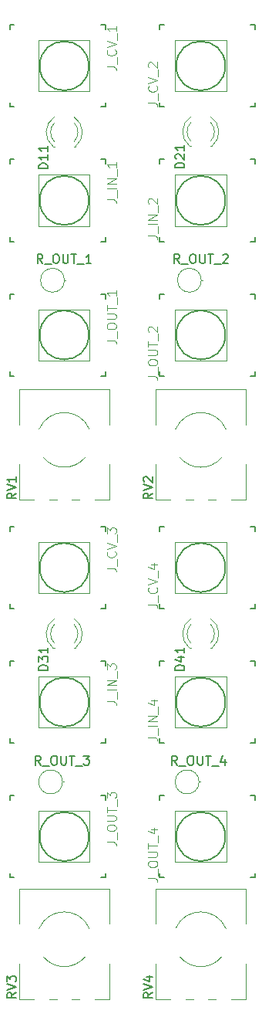
<source format=gto>
G04 #@! TF.GenerationSoftware,KiCad,Pcbnew,(5.0.0)*
G04 #@! TF.CreationDate,2018-08-12T22:02:32+02:00*
G04 #@! TF.ProjectId,twobytwotone,74776F627974776F746F6E652E6B6963,rev?*
G04 #@! TF.SameCoordinates,Original*
G04 #@! TF.FileFunction,Legend,Top*
G04 #@! TF.FilePolarity,Positive*
%FSLAX46Y46*%
G04 Gerber Fmt 4.6, Leading zero omitted, Abs format (unit mm)*
G04 Created by KiCad (PCBNEW (5.0.0)) date 08/12/18 22:02:32*
%MOMM*%
%LPD*%
G01*
G04 APERTURE LIST*
%ADD10C,0.120000*%
%ADD11C,0.127000*%
%ADD12C,0.066040*%
%ADD13C,0.150000*%
%ADD14C,0.076200*%
G04 APERTURE END LIST*
D10*
G04 #@! TO.C,D11*
X8080000Y-14080000D02*
X8236000Y-14080000D01*
X5764000Y-14080000D02*
X5920000Y-14080000D01*
X8079837Y-11478870D02*
G75*
G02X8080000Y-13560961I-1079837J-1041130D01*
G01*
X5920163Y-11478870D02*
G75*
G03X5920000Y-13560961I1079837J-1041130D01*
G01*
X8078608Y-10847665D02*
G75*
G02X8235516Y-14080000I-1078608J-1672335D01*
G01*
X5921392Y-10847665D02*
G75*
G03X5764484Y-14080000I1078608J-1672335D01*
G01*
G04 #@! TO.C,D21*
X20921392Y-10807665D02*
G75*
G03X20764484Y-14040000I1078608J-1672335D01*
G01*
X23078608Y-10807665D02*
G75*
G02X23235516Y-14040000I-1078608J-1672335D01*
G01*
X20920163Y-11438870D02*
G75*
G03X20920000Y-13520961I1079837J-1041130D01*
G01*
X23079837Y-11438870D02*
G75*
G02X23080000Y-13520961I-1079837J-1041130D01*
G01*
X20764000Y-14040000D02*
X20920000Y-14040000D01*
X23080000Y-14040000D02*
X23236000Y-14040000D01*
G04 #@! TO.C,D31*
X8080000Y-69080000D02*
X8236000Y-69080000D01*
X5764000Y-69080000D02*
X5920000Y-69080000D01*
X8079837Y-66478870D02*
G75*
G02X8080000Y-68560961I-1079837J-1041130D01*
G01*
X5920163Y-66478870D02*
G75*
G03X5920000Y-68560961I1079837J-1041130D01*
G01*
X8078608Y-65847665D02*
G75*
G02X8235516Y-69080000I-1078608J-1672335D01*
G01*
X5921392Y-65847665D02*
G75*
G03X5764484Y-69080000I1078608J-1672335D01*
G01*
G04 #@! TO.C,D41*
X20921392Y-65847665D02*
G75*
G03X20764484Y-69080000I1078608J-1672335D01*
G01*
X23078608Y-65847665D02*
G75*
G02X23235516Y-69080000I-1078608J-1672335D01*
G01*
X20920163Y-66478870D02*
G75*
G03X20920000Y-68560961I1079837J-1041130D01*
G01*
X23079837Y-66478870D02*
G75*
G02X23080000Y-68560961I-1079837J-1041130D01*
G01*
X20764000Y-69080000D02*
X20920000Y-69080000D01*
X23080000Y-69080000D02*
X23236000Y-69080000D01*
G04 #@! TO.C,R_OUT_1*
X7020000Y-28750000D02*
X7150000Y-28750000D01*
X7020000Y-28750000D02*
G75*
G03X7020000Y-28750000I-1310000J0D01*
G01*
G04 #@! TO.C,R_OUT_2*
X22060000Y-28750000D02*
G75*
G03X22060000Y-28750000I-1310000J0D01*
G01*
X22060000Y-28750000D02*
X22190000Y-28750000D01*
G04 #@! TO.C,R_OUT_3*
X6810000Y-83750000D02*
G75*
G03X6810000Y-83750000I-1310000J0D01*
G01*
X6810000Y-83750000D02*
X6940000Y-83750000D01*
G04 #@! TO.C,R_OUT_4*
X21810000Y-83750000D02*
X21940000Y-83750000D01*
X21810000Y-83750000D02*
G75*
G03X21810000Y-83750000I-1310000J0D01*
G01*
G04 #@! TO.C,RV1*
X2039000Y-40690000D02*
X11960000Y-40690000D01*
X10325000Y-52810000D02*
X11960000Y-52810000D01*
X7825000Y-52810000D02*
X8675000Y-52810000D01*
X5325000Y-52810000D02*
X6175000Y-52810000D01*
X2039000Y-52810000D02*
X3675000Y-52810000D01*
X11960000Y-44555000D02*
X11960000Y-40690000D01*
X11960000Y-52810000D02*
X11960000Y-48944000D01*
X2039000Y-44555000D02*
X2039000Y-40690000D01*
X2039000Y-52810000D02*
X2039000Y-48944000D01*
X9297753Y-48178295D02*
G75*
G02X4702000Y-48178000I-2297753J1928295D01*
G01*
X4237568Y-45078018D02*
G75*
G02X9762000Y-45077000I2762432J-1171982D01*
G01*
G04 #@! TO.C,RV2*
X19237568Y-45078018D02*
G75*
G02X24762000Y-45077000I2762432J-1171982D01*
G01*
X24297753Y-48178295D02*
G75*
G02X19702000Y-48178000I-2297753J1928295D01*
G01*
X17039000Y-52810000D02*
X17039000Y-48944000D01*
X17039000Y-44555000D02*
X17039000Y-40690000D01*
X26960000Y-52810000D02*
X26960000Y-48944000D01*
X26960000Y-44555000D02*
X26960000Y-40690000D01*
X17039000Y-52810000D02*
X18675000Y-52810000D01*
X20325000Y-52810000D02*
X21175000Y-52810000D01*
X22825000Y-52810000D02*
X23675000Y-52810000D01*
X25325000Y-52810000D02*
X26960000Y-52810000D01*
X17039000Y-40690000D02*
X26960000Y-40690000D01*
G04 #@! TO.C,RV3*
X2039000Y-95440000D02*
X11960000Y-95440000D01*
X10325000Y-107560000D02*
X11960000Y-107560000D01*
X7825000Y-107560000D02*
X8675000Y-107560000D01*
X5325000Y-107560000D02*
X6175000Y-107560000D01*
X2039000Y-107560000D02*
X3675000Y-107560000D01*
X11960000Y-99305000D02*
X11960000Y-95440000D01*
X11960000Y-107560000D02*
X11960000Y-103694000D01*
X2039000Y-99305000D02*
X2039000Y-95440000D01*
X2039000Y-107560000D02*
X2039000Y-103694000D01*
X9297753Y-102928295D02*
G75*
G02X4702000Y-102928000I-2297753J1928295D01*
G01*
X4237568Y-99828018D02*
G75*
G02X9762000Y-99827000I2762432J-1171982D01*
G01*
G04 #@! TO.C,RV4*
X19237568Y-99828018D02*
G75*
G02X24762000Y-99827000I2762432J-1171982D01*
G01*
X24297753Y-102928295D02*
G75*
G02X19702000Y-102928000I-2297753J1928295D01*
G01*
X17039000Y-107560000D02*
X17039000Y-103694000D01*
X17039000Y-99305000D02*
X17039000Y-95440000D01*
X26960000Y-107560000D02*
X26960000Y-103694000D01*
X26960000Y-99305000D02*
X26960000Y-95440000D01*
X17039000Y-107560000D02*
X18675000Y-107560000D01*
X20325000Y-107560000D02*
X21175000Y-107560000D01*
X22825000Y-107560000D02*
X23675000Y-107560000D01*
X25325000Y-107560000D02*
X26960000Y-107560000D01*
X17039000Y-95440000D02*
X26960000Y-95440000D01*
D11*
G04 #@! TO.C,J_CV_1*
X9689860Y-5250000D02*
G75*
G03X9689860Y-5250000I-2689860J0D01*
G01*
X11498340Y-9748340D02*
X11498340Y-9247960D01*
X10997960Y-9748340D02*
X11498340Y-9748340D01*
X11498340Y-751660D02*
X11498340Y-1252040D01*
X10997960Y-751660D02*
X11498340Y-751660D01*
X1000520Y-751660D02*
X1500900Y-751660D01*
X1000520Y-1252040D02*
X1000520Y-751660D01*
X1000520Y-9748340D02*
X1000520Y-9247960D01*
X1500900Y-9748340D02*
X1000520Y-9748340D01*
D12*
X9799080Y-8049080D02*
X4200920Y-8049080D01*
X4200920Y-8049080D02*
X4200920Y-2450920D01*
X9799080Y-2450920D02*
X4200920Y-2450920D01*
X9799080Y-8049080D02*
X9799080Y-2450920D01*
D11*
G04 #@! TO.C,J_CV_2*
X24689860Y-5250000D02*
G75*
G03X24689860Y-5250000I-2689860J0D01*
G01*
X17501660Y-751660D02*
X17501660Y-1252040D01*
X18002040Y-751660D02*
X17501660Y-751660D01*
X17501660Y-9748340D02*
X17501660Y-9247960D01*
X18002040Y-9748340D02*
X17501660Y-9748340D01*
X27999480Y-9748340D02*
X27499100Y-9748340D01*
X27999480Y-9247960D02*
X27999480Y-9748340D01*
X27999480Y-751660D02*
X27999480Y-1252040D01*
X27499100Y-751660D02*
X27999480Y-751660D01*
D12*
X19200920Y-2450920D02*
X24799080Y-2450920D01*
X24799080Y-2450920D02*
X24799080Y-8049080D01*
X19200920Y-8049080D02*
X24799080Y-8049080D01*
X19200920Y-2450920D02*
X19200920Y-8049080D01*
D11*
G04 #@! TO.C,J_CV_3*
X9689860Y-60250000D02*
G75*
G03X9689860Y-60250000I-2689860J0D01*
G01*
X11498340Y-64748340D02*
X11498340Y-64247960D01*
X10997960Y-64748340D02*
X11498340Y-64748340D01*
X11498340Y-55751660D02*
X11498340Y-56252040D01*
X10997960Y-55751660D02*
X11498340Y-55751660D01*
X1000520Y-55751660D02*
X1500900Y-55751660D01*
X1000520Y-56252040D02*
X1000520Y-55751660D01*
X1000520Y-64748340D02*
X1000520Y-64247960D01*
X1500900Y-64748340D02*
X1000520Y-64748340D01*
D12*
X9799080Y-63049080D02*
X4200920Y-63049080D01*
X4200920Y-63049080D02*
X4200920Y-57450920D01*
X9799080Y-57450920D02*
X4200920Y-57450920D01*
X9799080Y-63049080D02*
X9799080Y-57450920D01*
G04 #@! TO.C,J_CV_4*
X19200920Y-57450920D02*
X19200920Y-63049080D01*
X19200920Y-63049080D02*
X24799080Y-63049080D01*
X24799080Y-57450920D02*
X24799080Y-63049080D01*
X19200920Y-57450920D02*
X24799080Y-57450920D01*
D11*
X27499100Y-55751660D02*
X27999480Y-55751660D01*
X27999480Y-55751660D02*
X27999480Y-56252040D01*
X27999480Y-64247960D02*
X27999480Y-64748340D01*
X27999480Y-64748340D02*
X27499100Y-64748340D01*
X18002040Y-64748340D02*
X17501660Y-64748340D01*
X17501660Y-64748340D02*
X17501660Y-64247960D01*
X18002040Y-55751660D02*
X17501660Y-55751660D01*
X17501660Y-55751660D02*
X17501660Y-56252040D01*
X24689860Y-60250000D02*
G75*
G03X24689860Y-60250000I-2689860J0D01*
G01*
D12*
G04 #@! TO.C,J_IN_1*
X9799080Y-22799080D02*
X9799080Y-17200920D01*
X9799080Y-17200920D02*
X4200920Y-17200920D01*
X4200920Y-22799080D02*
X4200920Y-17200920D01*
X9799080Y-22799080D02*
X4200920Y-22799080D01*
D11*
X1500900Y-24498340D02*
X1000520Y-24498340D01*
X1000520Y-24498340D02*
X1000520Y-23997960D01*
X1000520Y-16002040D02*
X1000520Y-15501660D01*
X1000520Y-15501660D02*
X1500900Y-15501660D01*
X10997960Y-15501660D02*
X11498340Y-15501660D01*
X11498340Y-15501660D02*
X11498340Y-16002040D01*
X10997960Y-24498340D02*
X11498340Y-24498340D01*
X11498340Y-24498340D02*
X11498340Y-23997960D01*
X9689860Y-20000000D02*
G75*
G03X9689860Y-20000000I-2689860J0D01*
G01*
G04 #@! TO.C,J_IN_2*
X24689860Y-20000000D02*
G75*
G03X24689860Y-20000000I-2689860J0D01*
G01*
X17501660Y-15501660D02*
X17501660Y-16002040D01*
X18002040Y-15501660D02*
X17501660Y-15501660D01*
X17501660Y-24498340D02*
X17501660Y-23997960D01*
X18002040Y-24498340D02*
X17501660Y-24498340D01*
X27999480Y-24498340D02*
X27499100Y-24498340D01*
X27999480Y-23997960D02*
X27999480Y-24498340D01*
X27999480Y-15501660D02*
X27999480Y-16002040D01*
X27499100Y-15501660D02*
X27999480Y-15501660D01*
D12*
X19200920Y-17200920D02*
X24799080Y-17200920D01*
X24799080Y-17200920D02*
X24799080Y-22799080D01*
X19200920Y-22799080D02*
X24799080Y-22799080D01*
X19200920Y-17200920D02*
X19200920Y-22799080D01*
G04 #@! TO.C,J_IN_3*
X9799080Y-77799080D02*
X9799080Y-72200920D01*
X9799080Y-72200920D02*
X4200920Y-72200920D01*
X4200920Y-77799080D02*
X4200920Y-72200920D01*
X9799080Y-77799080D02*
X4200920Y-77799080D01*
D11*
X1500900Y-79498340D02*
X1000520Y-79498340D01*
X1000520Y-79498340D02*
X1000520Y-78997960D01*
X1000520Y-71002040D02*
X1000520Y-70501660D01*
X1000520Y-70501660D02*
X1500900Y-70501660D01*
X10997960Y-70501660D02*
X11498340Y-70501660D01*
X11498340Y-70501660D02*
X11498340Y-71002040D01*
X10997960Y-79498340D02*
X11498340Y-79498340D01*
X11498340Y-79498340D02*
X11498340Y-78997960D01*
X9689860Y-75000000D02*
G75*
G03X9689860Y-75000000I-2689860J0D01*
G01*
D12*
G04 #@! TO.C,J_IN_4*
X19200920Y-72200920D02*
X19200920Y-77799080D01*
X19200920Y-77799080D02*
X24799080Y-77799080D01*
X24799080Y-72200920D02*
X24799080Y-77799080D01*
X19200920Y-72200920D02*
X24799080Y-72200920D01*
D11*
X27499100Y-70501660D02*
X27999480Y-70501660D01*
X27999480Y-70501660D02*
X27999480Y-71002040D01*
X27999480Y-78997960D02*
X27999480Y-79498340D01*
X27999480Y-79498340D02*
X27499100Y-79498340D01*
X18002040Y-79498340D02*
X17501660Y-79498340D01*
X17501660Y-79498340D02*
X17501660Y-78997960D01*
X18002040Y-70501660D02*
X17501660Y-70501660D01*
X17501660Y-70501660D02*
X17501660Y-71002040D01*
X24689860Y-75000000D02*
G75*
G03X24689860Y-75000000I-2689860J0D01*
G01*
D12*
G04 #@! TO.C,J_OUT_1*
X9799080Y-37549080D02*
X9799080Y-31950920D01*
X9799080Y-31950920D02*
X4200920Y-31950920D01*
X4200920Y-37549080D02*
X4200920Y-31950920D01*
X9799080Y-37549080D02*
X4200920Y-37549080D01*
D11*
X1500900Y-39248340D02*
X1000520Y-39248340D01*
X1000520Y-39248340D02*
X1000520Y-38747960D01*
X1000520Y-30752040D02*
X1000520Y-30251660D01*
X1000520Y-30251660D02*
X1500900Y-30251660D01*
X10997960Y-30251660D02*
X11498340Y-30251660D01*
X11498340Y-30251660D02*
X11498340Y-30752040D01*
X10997960Y-39248340D02*
X11498340Y-39248340D01*
X11498340Y-39248340D02*
X11498340Y-38747960D01*
X9689860Y-34750000D02*
G75*
G03X9689860Y-34750000I-2689860J0D01*
G01*
D12*
G04 #@! TO.C,J_OUT_2*
X19200920Y-31950920D02*
X19200920Y-37549080D01*
X19200920Y-37549080D02*
X24799080Y-37549080D01*
X24799080Y-31950920D02*
X24799080Y-37549080D01*
X19200920Y-31950920D02*
X24799080Y-31950920D01*
D11*
X27499100Y-30251660D02*
X27999480Y-30251660D01*
X27999480Y-30251660D02*
X27999480Y-30752040D01*
X27999480Y-38747960D02*
X27999480Y-39248340D01*
X27999480Y-39248340D02*
X27499100Y-39248340D01*
X18002040Y-39248340D02*
X17501660Y-39248340D01*
X17501660Y-39248340D02*
X17501660Y-38747960D01*
X18002040Y-30251660D02*
X17501660Y-30251660D01*
X17501660Y-30251660D02*
X17501660Y-30752040D01*
X24689860Y-34750000D02*
G75*
G03X24689860Y-34750000I-2689860J0D01*
G01*
G04 #@! TO.C,J_OUT_3*
X9689860Y-89750000D02*
G75*
G03X9689860Y-89750000I-2689860J0D01*
G01*
X11498340Y-94248340D02*
X11498340Y-93747960D01*
X10997960Y-94248340D02*
X11498340Y-94248340D01*
X11498340Y-85251660D02*
X11498340Y-85752040D01*
X10997960Y-85251660D02*
X11498340Y-85251660D01*
X1000520Y-85251660D02*
X1500900Y-85251660D01*
X1000520Y-85752040D02*
X1000520Y-85251660D01*
X1000520Y-94248340D02*
X1000520Y-93747960D01*
X1500900Y-94248340D02*
X1000520Y-94248340D01*
D12*
X9799080Y-92549080D02*
X4200920Y-92549080D01*
X4200920Y-92549080D02*
X4200920Y-86950920D01*
X9799080Y-86950920D02*
X4200920Y-86950920D01*
X9799080Y-92549080D02*
X9799080Y-86950920D01*
D11*
G04 #@! TO.C,J_OUT_4*
X24689860Y-89750000D02*
G75*
G03X24689860Y-89750000I-2689860J0D01*
G01*
X17501660Y-85251660D02*
X17501660Y-85752040D01*
X18002040Y-85251660D02*
X17501660Y-85251660D01*
X17501660Y-94248340D02*
X17501660Y-93747960D01*
X18002040Y-94248340D02*
X17501660Y-94248340D01*
X27999480Y-94248340D02*
X27499100Y-94248340D01*
X27999480Y-93747960D02*
X27999480Y-94248340D01*
X27999480Y-85251660D02*
X27999480Y-85752040D01*
X27499100Y-85251660D02*
X27999480Y-85251660D01*
D12*
X19200920Y-86950920D02*
X24799080Y-86950920D01*
X24799080Y-86950920D02*
X24799080Y-92549080D01*
X19200920Y-92549080D02*
X24799080Y-92549080D01*
X19200920Y-86950920D02*
X19200920Y-92549080D01*
G04 #@! TO.C,D11*
D13*
X5202380Y-16504285D02*
X4202380Y-16504285D01*
X4202380Y-16266190D01*
X4250000Y-16123333D01*
X4345238Y-16028095D01*
X4440476Y-15980476D01*
X4630952Y-15932857D01*
X4773809Y-15932857D01*
X4964285Y-15980476D01*
X5059523Y-16028095D01*
X5154761Y-16123333D01*
X5202380Y-16266190D01*
X5202380Y-16504285D01*
X5202380Y-14980476D02*
X5202380Y-15551904D01*
X5202380Y-15266190D02*
X4202380Y-15266190D01*
X4345238Y-15361428D01*
X4440476Y-15456666D01*
X4488095Y-15551904D01*
X5202380Y-14028095D02*
X5202380Y-14599523D01*
X5202380Y-14313809D02*
X4202380Y-14313809D01*
X4345238Y-14409047D01*
X4440476Y-14504285D01*
X4488095Y-14599523D01*
G04 #@! TO.C,D21*
X20202380Y-16424285D02*
X19202380Y-16424285D01*
X19202380Y-16186190D01*
X19250000Y-16043333D01*
X19345238Y-15948095D01*
X19440476Y-15900476D01*
X19630952Y-15852857D01*
X19773809Y-15852857D01*
X19964285Y-15900476D01*
X20059523Y-15948095D01*
X20154761Y-16043333D01*
X20202380Y-16186190D01*
X20202380Y-16424285D01*
X19297619Y-15471904D02*
X19250000Y-15424285D01*
X19202380Y-15329047D01*
X19202380Y-15090952D01*
X19250000Y-14995714D01*
X19297619Y-14948095D01*
X19392857Y-14900476D01*
X19488095Y-14900476D01*
X19630952Y-14948095D01*
X20202380Y-15519523D01*
X20202380Y-14900476D01*
X20202380Y-13948095D02*
X20202380Y-14519523D01*
X20202380Y-14233809D02*
X19202380Y-14233809D01*
X19345238Y-14329047D01*
X19440476Y-14424285D01*
X19488095Y-14519523D01*
G04 #@! TO.C,D31*
X5202380Y-71504285D02*
X4202380Y-71504285D01*
X4202380Y-71266190D01*
X4250000Y-71123333D01*
X4345238Y-71028095D01*
X4440476Y-70980476D01*
X4630952Y-70932857D01*
X4773809Y-70932857D01*
X4964285Y-70980476D01*
X5059523Y-71028095D01*
X5154761Y-71123333D01*
X5202380Y-71266190D01*
X5202380Y-71504285D01*
X4202380Y-70599523D02*
X4202380Y-69980476D01*
X4583333Y-70313809D01*
X4583333Y-70170952D01*
X4630952Y-70075714D01*
X4678571Y-70028095D01*
X4773809Y-69980476D01*
X5011904Y-69980476D01*
X5107142Y-70028095D01*
X5154761Y-70075714D01*
X5202380Y-70170952D01*
X5202380Y-70456666D01*
X5154761Y-70551904D01*
X5107142Y-70599523D01*
X5202380Y-69028095D02*
X5202380Y-69599523D01*
X5202380Y-69313809D02*
X4202380Y-69313809D01*
X4345238Y-69409047D01*
X4440476Y-69504285D01*
X4488095Y-69599523D01*
G04 #@! TO.C,D41*
X20202380Y-71504285D02*
X19202380Y-71504285D01*
X19202380Y-71266190D01*
X19250000Y-71123333D01*
X19345238Y-71028095D01*
X19440476Y-70980476D01*
X19630952Y-70932857D01*
X19773809Y-70932857D01*
X19964285Y-70980476D01*
X20059523Y-71028095D01*
X20154761Y-71123333D01*
X20202380Y-71266190D01*
X20202380Y-71504285D01*
X19535714Y-70075714D02*
X20202380Y-70075714D01*
X19154761Y-70313809D02*
X19869047Y-70551904D01*
X19869047Y-69932857D01*
X20202380Y-69028095D02*
X20202380Y-69599523D01*
X20202380Y-69313809D02*
X19202380Y-69313809D01*
X19345238Y-69409047D01*
X19440476Y-69504285D01*
X19488095Y-69599523D01*
G04 #@! TO.C,R_OUT_1*
X4622857Y-26892380D02*
X4289523Y-26416190D01*
X4051428Y-26892380D02*
X4051428Y-25892380D01*
X4432380Y-25892380D01*
X4527619Y-25940000D01*
X4575238Y-25987619D01*
X4622857Y-26082857D01*
X4622857Y-26225714D01*
X4575238Y-26320952D01*
X4527619Y-26368571D01*
X4432380Y-26416190D01*
X4051428Y-26416190D01*
X4813333Y-26987619D02*
X5575238Y-26987619D01*
X6003809Y-25892380D02*
X6194285Y-25892380D01*
X6289523Y-25940000D01*
X6384761Y-26035238D01*
X6432380Y-26225714D01*
X6432380Y-26559047D01*
X6384761Y-26749523D01*
X6289523Y-26844761D01*
X6194285Y-26892380D01*
X6003809Y-26892380D01*
X5908571Y-26844761D01*
X5813333Y-26749523D01*
X5765714Y-26559047D01*
X5765714Y-26225714D01*
X5813333Y-26035238D01*
X5908571Y-25940000D01*
X6003809Y-25892380D01*
X6860952Y-25892380D02*
X6860952Y-26701904D01*
X6908571Y-26797142D01*
X6956190Y-26844761D01*
X7051428Y-26892380D01*
X7241904Y-26892380D01*
X7337142Y-26844761D01*
X7384761Y-26797142D01*
X7432380Y-26701904D01*
X7432380Y-25892380D01*
X7765714Y-25892380D02*
X8337142Y-25892380D01*
X8051428Y-26892380D02*
X8051428Y-25892380D01*
X8432380Y-26987619D02*
X9194285Y-26987619D01*
X9956190Y-26892380D02*
X9384761Y-26892380D01*
X9670476Y-26892380D02*
X9670476Y-25892380D01*
X9575238Y-26035238D01*
X9480000Y-26130476D01*
X9384761Y-26178095D01*
G04 #@! TO.C,R_OUT_2*
X19662857Y-26892380D02*
X19329523Y-26416190D01*
X19091428Y-26892380D02*
X19091428Y-25892380D01*
X19472380Y-25892380D01*
X19567619Y-25940000D01*
X19615238Y-25987619D01*
X19662857Y-26082857D01*
X19662857Y-26225714D01*
X19615238Y-26320952D01*
X19567619Y-26368571D01*
X19472380Y-26416190D01*
X19091428Y-26416190D01*
X19853333Y-26987619D02*
X20615238Y-26987619D01*
X21043809Y-25892380D02*
X21234285Y-25892380D01*
X21329523Y-25940000D01*
X21424761Y-26035238D01*
X21472380Y-26225714D01*
X21472380Y-26559047D01*
X21424761Y-26749523D01*
X21329523Y-26844761D01*
X21234285Y-26892380D01*
X21043809Y-26892380D01*
X20948571Y-26844761D01*
X20853333Y-26749523D01*
X20805714Y-26559047D01*
X20805714Y-26225714D01*
X20853333Y-26035238D01*
X20948571Y-25940000D01*
X21043809Y-25892380D01*
X21900952Y-25892380D02*
X21900952Y-26701904D01*
X21948571Y-26797142D01*
X21996190Y-26844761D01*
X22091428Y-26892380D01*
X22281904Y-26892380D01*
X22377142Y-26844761D01*
X22424761Y-26797142D01*
X22472380Y-26701904D01*
X22472380Y-25892380D01*
X22805714Y-25892380D02*
X23377142Y-25892380D01*
X23091428Y-26892380D02*
X23091428Y-25892380D01*
X23472380Y-26987619D02*
X24234285Y-26987619D01*
X24424761Y-25987619D02*
X24472380Y-25940000D01*
X24567619Y-25892380D01*
X24805714Y-25892380D01*
X24900952Y-25940000D01*
X24948571Y-25987619D01*
X24996190Y-26082857D01*
X24996190Y-26178095D01*
X24948571Y-26320952D01*
X24377142Y-26892380D01*
X24996190Y-26892380D01*
G04 #@! TO.C,R_OUT_3*
X4412857Y-81892380D02*
X4079523Y-81416190D01*
X3841428Y-81892380D02*
X3841428Y-80892380D01*
X4222380Y-80892380D01*
X4317619Y-80940000D01*
X4365238Y-80987619D01*
X4412857Y-81082857D01*
X4412857Y-81225714D01*
X4365238Y-81320952D01*
X4317619Y-81368571D01*
X4222380Y-81416190D01*
X3841428Y-81416190D01*
X4603333Y-81987619D02*
X5365238Y-81987619D01*
X5793809Y-80892380D02*
X5984285Y-80892380D01*
X6079523Y-80940000D01*
X6174761Y-81035238D01*
X6222380Y-81225714D01*
X6222380Y-81559047D01*
X6174761Y-81749523D01*
X6079523Y-81844761D01*
X5984285Y-81892380D01*
X5793809Y-81892380D01*
X5698571Y-81844761D01*
X5603333Y-81749523D01*
X5555714Y-81559047D01*
X5555714Y-81225714D01*
X5603333Y-81035238D01*
X5698571Y-80940000D01*
X5793809Y-80892380D01*
X6650952Y-80892380D02*
X6650952Y-81701904D01*
X6698571Y-81797142D01*
X6746190Y-81844761D01*
X6841428Y-81892380D01*
X7031904Y-81892380D01*
X7127142Y-81844761D01*
X7174761Y-81797142D01*
X7222380Y-81701904D01*
X7222380Y-80892380D01*
X7555714Y-80892380D02*
X8127142Y-80892380D01*
X7841428Y-81892380D02*
X7841428Y-80892380D01*
X8222380Y-81987619D02*
X8984285Y-81987619D01*
X9127142Y-80892380D02*
X9746190Y-80892380D01*
X9412857Y-81273333D01*
X9555714Y-81273333D01*
X9650952Y-81320952D01*
X9698571Y-81368571D01*
X9746190Y-81463809D01*
X9746190Y-81701904D01*
X9698571Y-81797142D01*
X9650952Y-81844761D01*
X9555714Y-81892380D01*
X9270000Y-81892380D01*
X9174761Y-81844761D01*
X9127142Y-81797142D01*
G04 #@! TO.C,R_OUT_4*
X19412857Y-81892380D02*
X19079523Y-81416190D01*
X18841428Y-81892380D02*
X18841428Y-80892380D01*
X19222380Y-80892380D01*
X19317619Y-80940000D01*
X19365238Y-80987619D01*
X19412857Y-81082857D01*
X19412857Y-81225714D01*
X19365238Y-81320952D01*
X19317619Y-81368571D01*
X19222380Y-81416190D01*
X18841428Y-81416190D01*
X19603333Y-81987619D02*
X20365238Y-81987619D01*
X20793809Y-80892380D02*
X20984285Y-80892380D01*
X21079523Y-80940000D01*
X21174761Y-81035238D01*
X21222380Y-81225714D01*
X21222380Y-81559047D01*
X21174761Y-81749523D01*
X21079523Y-81844761D01*
X20984285Y-81892380D01*
X20793809Y-81892380D01*
X20698571Y-81844761D01*
X20603333Y-81749523D01*
X20555714Y-81559047D01*
X20555714Y-81225714D01*
X20603333Y-81035238D01*
X20698571Y-80940000D01*
X20793809Y-80892380D01*
X21650952Y-80892380D02*
X21650952Y-81701904D01*
X21698571Y-81797142D01*
X21746190Y-81844761D01*
X21841428Y-81892380D01*
X22031904Y-81892380D01*
X22127142Y-81844761D01*
X22174761Y-81797142D01*
X22222380Y-81701904D01*
X22222380Y-80892380D01*
X22555714Y-80892380D02*
X23127142Y-80892380D01*
X22841428Y-81892380D02*
X22841428Y-80892380D01*
X23222380Y-81987619D02*
X23984285Y-81987619D01*
X24650952Y-81225714D02*
X24650952Y-81892380D01*
X24412857Y-80844761D02*
X24174761Y-81559047D01*
X24793809Y-81559047D01*
G04 #@! TO.C,RV1*
X1702380Y-52095238D02*
X1226190Y-52428571D01*
X1702380Y-52666666D02*
X702380Y-52666666D01*
X702380Y-52285714D01*
X750000Y-52190476D01*
X797619Y-52142857D01*
X892857Y-52095238D01*
X1035714Y-52095238D01*
X1130952Y-52142857D01*
X1178571Y-52190476D01*
X1226190Y-52285714D01*
X1226190Y-52666666D01*
X702380Y-51809523D02*
X1702380Y-51476190D01*
X702380Y-51142857D01*
X1702380Y-50285714D02*
X1702380Y-50857142D01*
X1702380Y-50571428D02*
X702380Y-50571428D01*
X845238Y-50666666D01*
X940476Y-50761904D01*
X988095Y-50857142D01*
G04 #@! TO.C,RV2*
X16702380Y-52095238D02*
X16226190Y-52428571D01*
X16702380Y-52666666D02*
X15702380Y-52666666D01*
X15702380Y-52285714D01*
X15750000Y-52190476D01*
X15797619Y-52142857D01*
X15892857Y-52095238D01*
X16035714Y-52095238D01*
X16130952Y-52142857D01*
X16178571Y-52190476D01*
X16226190Y-52285714D01*
X16226190Y-52666666D01*
X15702380Y-51809523D02*
X16702380Y-51476190D01*
X15702380Y-51142857D01*
X15797619Y-50857142D02*
X15750000Y-50809523D01*
X15702380Y-50714285D01*
X15702380Y-50476190D01*
X15750000Y-50380952D01*
X15797619Y-50333333D01*
X15892857Y-50285714D01*
X15988095Y-50285714D01*
X16130952Y-50333333D01*
X16702380Y-50904761D01*
X16702380Y-50285714D01*
G04 #@! TO.C,RV3*
X1702380Y-106845238D02*
X1226190Y-107178571D01*
X1702380Y-107416666D02*
X702380Y-107416666D01*
X702380Y-107035714D01*
X750000Y-106940476D01*
X797619Y-106892857D01*
X892857Y-106845238D01*
X1035714Y-106845238D01*
X1130952Y-106892857D01*
X1178571Y-106940476D01*
X1226190Y-107035714D01*
X1226190Y-107416666D01*
X702380Y-106559523D02*
X1702380Y-106226190D01*
X702380Y-105892857D01*
X702380Y-105654761D02*
X702380Y-105035714D01*
X1083333Y-105369047D01*
X1083333Y-105226190D01*
X1130952Y-105130952D01*
X1178571Y-105083333D01*
X1273809Y-105035714D01*
X1511904Y-105035714D01*
X1607142Y-105083333D01*
X1654761Y-105130952D01*
X1702380Y-105226190D01*
X1702380Y-105511904D01*
X1654761Y-105607142D01*
X1607142Y-105654761D01*
G04 #@! TO.C,RV4*
X16702380Y-106845238D02*
X16226190Y-107178571D01*
X16702380Y-107416666D02*
X15702380Y-107416666D01*
X15702380Y-107035714D01*
X15750000Y-106940476D01*
X15797619Y-106892857D01*
X15892857Y-106845238D01*
X16035714Y-106845238D01*
X16130952Y-106892857D01*
X16178571Y-106940476D01*
X16226190Y-107035714D01*
X16226190Y-107416666D01*
X15702380Y-106559523D02*
X16702380Y-106226190D01*
X15702380Y-105892857D01*
X16035714Y-105130952D02*
X16702380Y-105130952D01*
X15654761Y-105369047D02*
X16369047Y-105607142D01*
X16369047Y-104988095D01*
G04 #@! TO.C,J_CV_1*
D14*
X11676019Y-5324990D02*
X12401733Y-5324990D01*
X12546876Y-5373371D01*
X12643638Y-5470133D01*
X12692019Y-5615276D01*
X12692019Y-5712038D01*
X12788780Y-5083085D02*
X12788780Y-4308990D01*
X12595257Y-3486514D02*
X12643638Y-3534895D01*
X12692019Y-3680038D01*
X12692019Y-3776800D01*
X12643638Y-3921942D01*
X12546876Y-4018704D01*
X12450114Y-4067085D01*
X12256590Y-4115466D01*
X12111447Y-4115466D01*
X11917923Y-4067085D01*
X11821161Y-4018704D01*
X11724400Y-3921942D01*
X11676019Y-3776800D01*
X11676019Y-3680038D01*
X11724400Y-3534895D01*
X11772780Y-3486514D01*
X11676019Y-3196228D02*
X12692019Y-2857561D01*
X11676019Y-2518895D01*
X12788780Y-2422133D02*
X12788780Y-1648038D01*
X12692019Y-873942D02*
X12692019Y-1454514D01*
X12692019Y-1164228D02*
X11676019Y-1164228D01*
X11821161Y-1260990D01*
X11917923Y-1357752D01*
X11966304Y-1454514D01*
G04 #@! TO.C,J_CV_2*
X16211219Y-9287390D02*
X16936933Y-9287390D01*
X17082076Y-9335771D01*
X17178838Y-9432533D01*
X17227219Y-9577676D01*
X17227219Y-9674438D01*
X17323980Y-9045485D02*
X17323980Y-8271390D01*
X17130457Y-7448914D02*
X17178838Y-7497295D01*
X17227219Y-7642438D01*
X17227219Y-7739200D01*
X17178838Y-7884342D01*
X17082076Y-7981104D01*
X16985314Y-8029485D01*
X16791790Y-8077866D01*
X16646647Y-8077866D01*
X16453123Y-8029485D01*
X16356361Y-7981104D01*
X16259600Y-7884342D01*
X16211219Y-7739200D01*
X16211219Y-7642438D01*
X16259600Y-7497295D01*
X16307980Y-7448914D01*
X16211219Y-7158628D02*
X17227219Y-6819961D01*
X16211219Y-6481295D01*
X17323980Y-6384533D02*
X17323980Y-5610438D01*
X16307980Y-5416914D02*
X16259600Y-5368533D01*
X16211219Y-5271771D01*
X16211219Y-5029866D01*
X16259600Y-4933104D01*
X16307980Y-4884723D01*
X16404742Y-4836342D01*
X16501504Y-4836342D01*
X16646647Y-4884723D01*
X17227219Y-5465295D01*
X17227219Y-4836342D01*
G04 #@! TO.C,J_CV_3*
X11676019Y-60324990D02*
X12401733Y-60324990D01*
X12546876Y-60373371D01*
X12643638Y-60470133D01*
X12692019Y-60615276D01*
X12692019Y-60712038D01*
X12788780Y-60083085D02*
X12788780Y-59308990D01*
X12595257Y-58486514D02*
X12643638Y-58534895D01*
X12692019Y-58680038D01*
X12692019Y-58776800D01*
X12643638Y-58921942D01*
X12546876Y-59018704D01*
X12450114Y-59067085D01*
X12256590Y-59115466D01*
X12111447Y-59115466D01*
X11917923Y-59067085D01*
X11821161Y-59018704D01*
X11724400Y-58921942D01*
X11676019Y-58776800D01*
X11676019Y-58680038D01*
X11724400Y-58534895D01*
X11772780Y-58486514D01*
X11676019Y-58196228D02*
X12692019Y-57857561D01*
X11676019Y-57518895D01*
X12788780Y-57422133D02*
X12788780Y-56648038D01*
X11676019Y-56502895D02*
X11676019Y-55873942D01*
X12063066Y-56212609D01*
X12063066Y-56067466D01*
X12111447Y-55970704D01*
X12159828Y-55922323D01*
X12256590Y-55873942D01*
X12498495Y-55873942D01*
X12595257Y-55922323D01*
X12643638Y-55970704D01*
X12692019Y-56067466D01*
X12692019Y-56357752D01*
X12643638Y-56454514D01*
X12595257Y-56502895D01*
G04 #@! TO.C,J_CV_4*
X16211219Y-64287390D02*
X16936933Y-64287390D01*
X17082076Y-64335771D01*
X17178838Y-64432533D01*
X17227219Y-64577676D01*
X17227219Y-64674438D01*
X17323980Y-64045485D02*
X17323980Y-63271390D01*
X17130457Y-62448914D02*
X17178838Y-62497295D01*
X17227219Y-62642438D01*
X17227219Y-62739200D01*
X17178838Y-62884342D01*
X17082076Y-62981104D01*
X16985314Y-63029485D01*
X16791790Y-63077866D01*
X16646647Y-63077866D01*
X16453123Y-63029485D01*
X16356361Y-62981104D01*
X16259600Y-62884342D01*
X16211219Y-62739200D01*
X16211219Y-62642438D01*
X16259600Y-62497295D01*
X16307980Y-62448914D01*
X16211219Y-62158628D02*
X17227219Y-61819961D01*
X16211219Y-61481295D01*
X17323980Y-61384533D02*
X17323980Y-60610438D01*
X16549885Y-59933104D02*
X17227219Y-59933104D01*
X16162838Y-60175009D02*
X16888552Y-60416914D01*
X16888552Y-59787961D01*
G04 #@! TO.C,J_IN_1*
X11676019Y-19905657D02*
X12401733Y-19905657D01*
X12546876Y-19954038D01*
X12643638Y-20050800D01*
X12692019Y-20195942D01*
X12692019Y-20292704D01*
X12788780Y-19663752D02*
X12788780Y-18889657D01*
X12692019Y-18647752D02*
X11676019Y-18647752D01*
X12692019Y-18163942D02*
X11676019Y-18163942D01*
X12692019Y-17583371D01*
X11676019Y-17583371D01*
X12788780Y-17341466D02*
X12788780Y-16567371D01*
X12692019Y-15793276D02*
X12692019Y-16373847D01*
X12692019Y-16083561D02*
X11676019Y-16083561D01*
X11821161Y-16180323D01*
X11917923Y-16277085D01*
X11966304Y-16373847D01*
G04 #@! TO.C,J_IN_2*
X16211219Y-23868057D02*
X16936933Y-23868057D01*
X17082076Y-23916438D01*
X17178838Y-24013200D01*
X17227219Y-24158342D01*
X17227219Y-24255104D01*
X17323980Y-23626152D02*
X17323980Y-22852057D01*
X17227219Y-22610152D02*
X16211219Y-22610152D01*
X17227219Y-22126342D02*
X16211219Y-22126342D01*
X17227219Y-21545771D01*
X16211219Y-21545771D01*
X17323980Y-21303866D02*
X17323980Y-20529771D01*
X16307980Y-20336247D02*
X16259600Y-20287866D01*
X16211219Y-20191104D01*
X16211219Y-19949200D01*
X16259600Y-19852438D01*
X16307980Y-19804057D01*
X16404742Y-19755676D01*
X16501504Y-19755676D01*
X16646647Y-19804057D01*
X17227219Y-20384628D01*
X17227219Y-19755676D01*
G04 #@! TO.C,J_IN_3*
X11676019Y-74905657D02*
X12401733Y-74905657D01*
X12546876Y-74954038D01*
X12643638Y-75050800D01*
X12692019Y-75195942D01*
X12692019Y-75292704D01*
X12788780Y-74663752D02*
X12788780Y-73889657D01*
X12692019Y-73647752D02*
X11676019Y-73647752D01*
X12692019Y-73163942D02*
X11676019Y-73163942D01*
X12692019Y-72583371D01*
X11676019Y-72583371D01*
X12788780Y-72341466D02*
X12788780Y-71567371D01*
X11676019Y-71422228D02*
X11676019Y-70793276D01*
X12063066Y-71131942D01*
X12063066Y-70986800D01*
X12111447Y-70890038D01*
X12159828Y-70841657D01*
X12256590Y-70793276D01*
X12498495Y-70793276D01*
X12595257Y-70841657D01*
X12643638Y-70890038D01*
X12692019Y-70986800D01*
X12692019Y-71277085D01*
X12643638Y-71373847D01*
X12595257Y-71422228D01*
G04 #@! TO.C,J_IN_4*
X16211219Y-78868057D02*
X16936933Y-78868057D01*
X17082076Y-78916438D01*
X17178838Y-79013200D01*
X17227219Y-79158342D01*
X17227219Y-79255104D01*
X17323980Y-78626152D02*
X17323980Y-77852057D01*
X17227219Y-77610152D02*
X16211219Y-77610152D01*
X17227219Y-77126342D02*
X16211219Y-77126342D01*
X17227219Y-76545771D01*
X16211219Y-76545771D01*
X17323980Y-76303866D02*
X17323980Y-75529771D01*
X16549885Y-74852438D02*
X17227219Y-74852438D01*
X16162838Y-75094342D02*
X16888552Y-75336247D01*
X16888552Y-74707295D01*
G04 #@! TO.C,J_OUT_1*
X11676019Y-35332990D02*
X12401733Y-35332990D01*
X12546876Y-35381371D01*
X12643638Y-35478133D01*
X12692019Y-35623276D01*
X12692019Y-35720038D01*
X12788780Y-35091085D02*
X12788780Y-34316990D01*
X11676019Y-33881561D02*
X11676019Y-33688038D01*
X11724400Y-33591276D01*
X11821161Y-33494514D01*
X12014685Y-33446133D01*
X12353352Y-33446133D01*
X12546876Y-33494514D01*
X12643638Y-33591276D01*
X12692019Y-33688038D01*
X12692019Y-33881561D01*
X12643638Y-33978323D01*
X12546876Y-34075085D01*
X12353352Y-34123466D01*
X12014685Y-34123466D01*
X11821161Y-34075085D01*
X11724400Y-33978323D01*
X11676019Y-33881561D01*
X11676019Y-33010704D02*
X12498495Y-33010704D01*
X12595257Y-32962323D01*
X12643638Y-32913942D01*
X12692019Y-32817180D01*
X12692019Y-32623657D01*
X12643638Y-32526895D01*
X12595257Y-32478514D01*
X12498495Y-32430133D01*
X11676019Y-32430133D01*
X11676019Y-32091466D02*
X11676019Y-31510895D01*
X12692019Y-31801180D02*
X11676019Y-31801180D01*
X12788780Y-31414133D02*
X12788780Y-30640038D01*
X12692019Y-29865942D02*
X12692019Y-30446514D01*
X12692019Y-30156228D02*
X11676019Y-30156228D01*
X11821161Y-30252990D01*
X11917923Y-30349752D01*
X11966304Y-30446514D01*
G04 #@! TO.C,J_OUT_2*
X16211219Y-39295390D02*
X16936933Y-39295390D01*
X17082076Y-39343771D01*
X17178838Y-39440533D01*
X17227219Y-39585676D01*
X17227219Y-39682438D01*
X17323980Y-39053485D02*
X17323980Y-38279390D01*
X16211219Y-37843961D02*
X16211219Y-37650438D01*
X16259600Y-37553676D01*
X16356361Y-37456914D01*
X16549885Y-37408533D01*
X16888552Y-37408533D01*
X17082076Y-37456914D01*
X17178838Y-37553676D01*
X17227219Y-37650438D01*
X17227219Y-37843961D01*
X17178838Y-37940723D01*
X17082076Y-38037485D01*
X16888552Y-38085866D01*
X16549885Y-38085866D01*
X16356361Y-38037485D01*
X16259600Y-37940723D01*
X16211219Y-37843961D01*
X16211219Y-36973104D02*
X17033695Y-36973104D01*
X17130457Y-36924723D01*
X17178838Y-36876342D01*
X17227219Y-36779580D01*
X17227219Y-36586057D01*
X17178838Y-36489295D01*
X17130457Y-36440914D01*
X17033695Y-36392533D01*
X16211219Y-36392533D01*
X16211219Y-36053866D02*
X16211219Y-35473295D01*
X17227219Y-35763580D02*
X16211219Y-35763580D01*
X17323980Y-35376533D02*
X17323980Y-34602438D01*
X16307980Y-34408914D02*
X16259600Y-34360533D01*
X16211219Y-34263771D01*
X16211219Y-34021866D01*
X16259600Y-33925104D01*
X16307980Y-33876723D01*
X16404742Y-33828342D01*
X16501504Y-33828342D01*
X16646647Y-33876723D01*
X17227219Y-34457295D01*
X17227219Y-33828342D01*
G04 #@! TO.C,J_OUT_3*
X11676019Y-90332990D02*
X12401733Y-90332990D01*
X12546876Y-90381371D01*
X12643638Y-90478133D01*
X12692019Y-90623276D01*
X12692019Y-90720038D01*
X12788780Y-90091085D02*
X12788780Y-89316990D01*
X11676019Y-88881561D02*
X11676019Y-88688038D01*
X11724400Y-88591276D01*
X11821161Y-88494514D01*
X12014685Y-88446133D01*
X12353352Y-88446133D01*
X12546876Y-88494514D01*
X12643638Y-88591276D01*
X12692019Y-88688038D01*
X12692019Y-88881561D01*
X12643638Y-88978323D01*
X12546876Y-89075085D01*
X12353352Y-89123466D01*
X12014685Y-89123466D01*
X11821161Y-89075085D01*
X11724400Y-88978323D01*
X11676019Y-88881561D01*
X11676019Y-88010704D02*
X12498495Y-88010704D01*
X12595257Y-87962323D01*
X12643638Y-87913942D01*
X12692019Y-87817180D01*
X12692019Y-87623657D01*
X12643638Y-87526895D01*
X12595257Y-87478514D01*
X12498495Y-87430133D01*
X11676019Y-87430133D01*
X11676019Y-87091466D02*
X11676019Y-86510895D01*
X12692019Y-86801180D02*
X11676019Y-86801180D01*
X12788780Y-86414133D02*
X12788780Y-85640038D01*
X11676019Y-85494895D02*
X11676019Y-84865942D01*
X12063066Y-85204609D01*
X12063066Y-85059466D01*
X12111447Y-84962704D01*
X12159828Y-84914323D01*
X12256590Y-84865942D01*
X12498495Y-84865942D01*
X12595257Y-84914323D01*
X12643638Y-84962704D01*
X12692019Y-85059466D01*
X12692019Y-85349752D01*
X12643638Y-85446514D01*
X12595257Y-85494895D01*
G04 #@! TO.C,J_OUT_4*
X16211219Y-94295390D02*
X16936933Y-94295390D01*
X17082076Y-94343771D01*
X17178838Y-94440533D01*
X17227219Y-94585676D01*
X17227219Y-94682438D01*
X17323980Y-94053485D02*
X17323980Y-93279390D01*
X16211219Y-92843961D02*
X16211219Y-92650438D01*
X16259600Y-92553676D01*
X16356361Y-92456914D01*
X16549885Y-92408533D01*
X16888552Y-92408533D01*
X17082076Y-92456914D01*
X17178838Y-92553676D01*
X17227219Y-92650438D01*
X17227219Y-92843961D01*
X17178838Y-92940723D01*
X17082076Y-93037485D01*
X16888552Y-93085866D01*
X16549885Y-93085866D01*
X16356361Y-93037485D01*
X16259600Y-92940723D01*
X16211219Y-92843961D01*
X16211219Y-91973104D02*
X17033695Y-91973104D01*
X17130457Y-91924723D01*
X17178838Y-91876342D01*
X17227219Y-91779580D01*
X17227219Y-91586057D01*
X17178838Y-91489295D01*
X17130457Y-91440914D01*
X17033695Y-91392533D01*
X16211219Y-91392533D01*
X16211219Y-91053866D02*
X16211219Y-90473295D01*
X17227219Y-90763580D02*
X16211219Y-90763580D01*
X17323980Y-90376533D02*
X17323980Y-89602438D01*
X16549885Y-88925104D02*
X17227219Y-88925104D01*
X16162838Y-89167009D02*
X16888552Y-89408914D01*
X16888552Y-88779961D01*
G04 #@! TD*
M02*

</source>
